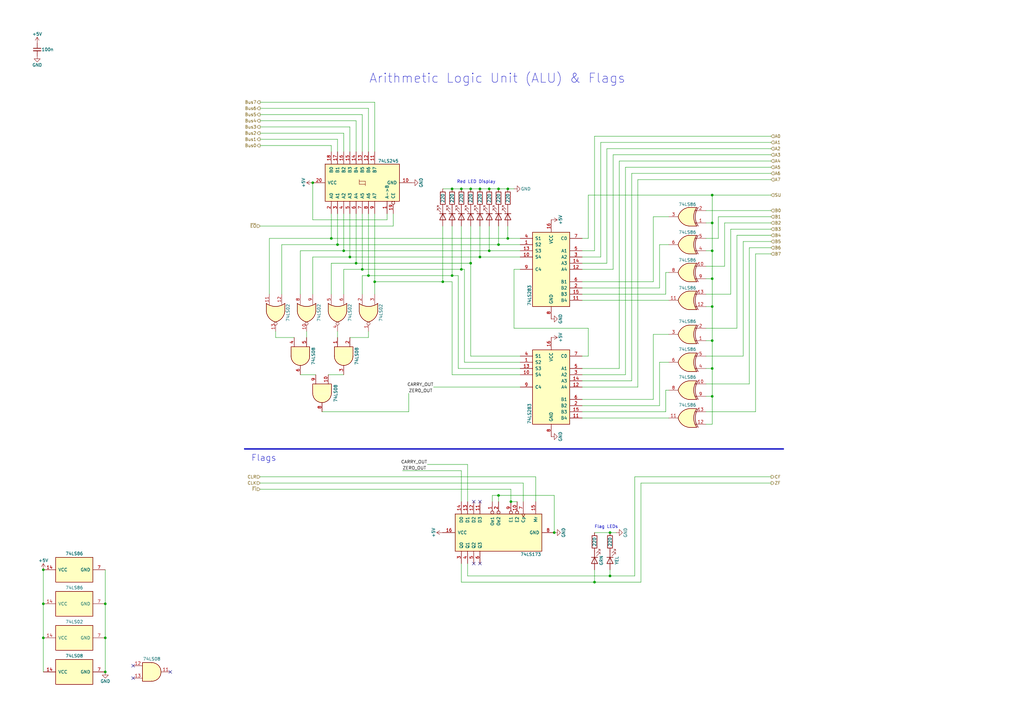
<source format=kicad_sch>
(kicad_sch (version 20250114) (generator "eeschema") (generator_version "9.0")
  (paper "A3")
  (lib_symbols
    (symbol "74xx:74LS02" (pin_names (offset 1.016))
      (property "Reference" "U" (at 0 1.27 0))
      (property "Value" "74LS02" (at 0 -1.27 0))
      (symbol "74LS02_1_1"
        (pin input line (at -7.62 2.54 0) (length 4.318) (name "~") (number "2"))
        (pin input line (at -7.62 -2.54 0) (length 4.318) (name "~") (number "3"))
        (pin output inverted (at 7.62 0 180) (length 3.81) (name "~") (number "1"))
      )
      (symbol "74LS02_1_2"
        (pin input inverted (at -7.62 2.54 0) (length 3.81) (name "~") (number "2"))
        (pin input inverted (at -7.62 -2.54 0) (length 3.81) (name "~") (number "3"))
        (pin output line (at 7.62 0 180) (length 3.81) (name "~") (number "1"))
      )
      (symbol "74LS02_2_1"
        (pin input line (at -7.62 2.54 0) (length 4.318) (name "~") (number "5"))
        (pin input line (at -7.62 -2.54 0) (length 4.318) (name "~") (number "6"))
        (pin output inverted (at 7.62 0 180) (length 3.81) (name "~") (number "4"))
      )
      (symbol "74LS02_2_2"
        (pin input inverted (at -7.62 2.54 0) (length 3.81) (name "~") (number "5"))
        (pin input inverted (at -7.62 -2.54 0) (length 3.81) (name "~") (number "6"))
        (pin output line (at 7.62 0 180) (length 3.81) (name "~") (number "4"))
      )
      (symbol "74LS02_3_1"
        (pin input line (at -7.62 2.54 0) (length 4.318) (name "~") (number "8"))
        (pin input line (at -7.62 -2.54 0) (length 4.318) (name "~") (number "9"))
        (pin output inverted (at 7.62 0 180) (length 3.81) (name "~") (number "10"))
      )
      (symbol "74LS02_3_2"
        (pin input inverted (at -7.62 2.54 0) (length 3.81) (name "~") (number "8"))
        (pin input inverted (at -7.62 -2.54 0) (length 3.81) (name "~") (number "9"))
        (pin output line (at 7.62 0 180) (length 3.81) (name "~") (number "10"))
      )
      (symbol "74LS02_4_1"
        (pin input line (at -7.62 2.54 0) (length 4.318) (name "~") (number "11"))
        (pin input line (at -7.62 -2.54 0) (length 4.318) (name "~") (number "12"))
        (pin output inverted (at 7.62 0 180) (length 3.81) (name "~") (number "13"))
      )
      (symbol "74LS02_4_2"
        (pin input inverted (at -7.62 2.54 0) (length 3.81) (name "~") (number "11"))
        (pin input inverted (at -7.62 -2.54 0) (length 3.81) (name "~") (number "12"))
        (pin output line (at 7.62 0 180) (length 3.81) (name "~") (number "13"))
      )
      (symbol "74LS02_5_0"
        (pin power_in line (at 0 12.7 270) (length 5.08) (name "VCC") (number "14"))
        (pin power_in line (at 0 -12.7 90) (length 5.08) (name "GND") (number "7"))
      )
    )
    (symbol "74xx:74LS08" (pin_names (offset 1.016))
      (property "Reference" "U" (at 0 1.27 0))
      (property "Value" "74LS08" (at 0 -1.27 0))
      (symbol "74LS08_1_1"
        (pin input line (at -7.62 2.54 0) (length 3.81) (name "~") (number "1"))
        (pin input line (at -7.62 -2.54 0) (length 3.81) (name "~") (number "2"))
        (pin output line (at 7.62 0 180) (length 3.81) (name "~") (number "3"))
      )
      (symbol "74LS08_1_2"
        (pin input inverted (at -7.62 2.54 0) (length 4.318) (name "~") (number "1"))
        (pin input inverted (at -7.62 -2.54 0) (length 4.318) (name "~") (number "2"))
        (pin output inverted (at 7.62 0 180) (length 3.81) (name "~") (number "3"))
      )
      (symbol "74LS08_2_1"
        (pin input line (at -7.62 2.54 0) (length 3.81) (name "~") (number "4"))
        (pin input line (at -7.62 -2.54 0) (length 3.81) (name "~") (number "5"))
        (pin output line (at 7.62 0 180) (length 3.81) (name "~") (number "6"))
      )
      (symbol "74LS08_2_2"
        (pin input inverted (at -7.62 2.54 0) (length 4.318) (name "~") (number "4"))
        (pin input inverted (at -7.62 -2.54 0) (length 4.318) (name "~") (number "5"))
        (pin output inverted (at 7.62 0 180) (length 3.81) (name "~") (number "6"))
      )
      (symbol "74LS08_3_1"
        (pin input line (at -7.62 2.54 0) (length 3.81) (name "~") (number "9"))
        (pin input line (at -7.62 -2.54 0) (length 3.81) (name "~") (number "10"))
        (pin output line (at 7.62 0 180) (length 3.81) (name "~") (number "8"))
      )
      (symbol "74LS08_3_2"
        (pin input inverted (at -7.62 2.54 0) (length 4.318) (name "~") (number "9"))
        (pin input inverted (at -7.62 -2.54 0) (length 4.318) (name "~") (number "10"))
        (pin output inverted (at 7.62 0 180) (length 3.81) (name "~") (number "8"))
      )
      (symbol "74LS08_4_1"
        (pin input line (at -7.62 2.54 0) (length 3.81) (name "~") (number "12"))
        (pin input line (at -7.62 -2.54 0) (length 3.81) (name "~") (number "13"))
        (pin output line (at 7.62 0 180) (length 3.81) (name "~") (number "11"))
      )
      (symbol "74LS08_4_2"
        (pin input inverted (at -7.62 2.54 0) (length 4.318) (name "~") (number "12"))
        (pin input inverted (at -7.62 -2.54 0) (length 4.318) (name "~") (number "13"))
        (pin output inverted (at 7.62 0 180) (length 3.81) (name "~") (number "11"))
      )
      (symbol "74LS08_5_0"
        (pin power_in line (at 0 12.7 270) (length 5.08) (name "VCC") (number "14"))
        (pin power_in line (at 0 -12.7 90) (length 5.08) (name "GND") (number "7"))
      )
    )
    (symbol "74xx:74LS173" (pin_names (offset 1.016))
      (property "Reference" "U" (at -7.62 19.05 0))
      (property "Value" "74LS173" (at -7.62 -19.05 0))
      (symbol "74LS173_1_0"
        (pin input line (at -12.7 15.24 0) (length 5.08) (name "D0") (number "14"))
        (pin input line (at -12.7 12.7 0) (length 5.08) (name "D1") (number "13"))
        (pin input line (at -12.7 10.16 0) (length 5.08) (name "D2") (number "12"))
        (pin input line (at -12.7 7.62 0) (length 5.08) (name "D3") (number "11"))
        (pin input inverted (at -12.7 2.54 0) (length 5.08) (name "Oe1") (number "1"))
        (pin input inverted (at -12.7 0 0) (length 5.08) (name "Oe2") (number "2"))
        (pin input inverted (at -12.7 -5.08 0) (length 5.08) (name "E1") (number "9"))
        (pin input inverted (at -12.7 -7.62 0) (length 5.08) (name "E2") (number "10"))
        (pin input clock (at -12.7 -10.16 0) (length 5.08) (name "Cp") (number "7"))
        (pin input line (at -12.7 -15.24 0) (length 5.08) (name "Mr") (number "15"))
        (pin power_in line (at 0 22.86 270) (length 5.08) (name "VCC") (number "16"))
        (pin power_in line (at 0 -22.86 90) (length 5.08) (name "GND") (number "8"))
        (pin tri_state line (at 12.7 15.24 180) (length 5.08) (name "Q0") (number "3"))
        (pin tri_state line (at 12.7 12.7 180) (length 5.08) (name "Q1") (number "4"))
        (pin tri_state line (at 12.7 10.16 180) (length 5.08) (name "Q2") (number "5"))
        (pin tri_state line (at 12.7 7.62 180) (length 5.08) (name "Q3") (number "6"))
      )
    )
    (symbol "74xx:74LS245" (pin_names (offset 1.016))
      (property "Reference" "U" (at -7.62 16.51 0))
      (property "Value" "74LS245" (at -7.62 -16.51 0))
      (symbol "74LS245_1_0"
        (pin tri_state line (at -12.7 12.7 0) (length 5.08) (name "A0") (number "2"))
        (pin tri_state line (at -12.7 10.16 0) (length 5.08) (name "A1") (number "3"))
        (pin tri_state line (at -12.7 7.62 0) (length 5.08) (name "A2") (number "4"))
        (pin tri_state line (at -12.7 5.08 0) (length 5.08) (name "A3") (number "5"))
        (pin tri_state line (at -12.7 2.54 0) (length 5.08) (name "A4") (number "6"))
        (pin tri_state line (at -12.7 0 0) (length 5.08) (name "A5") (number "7"))
        (pin tri_state line (at -12.7 -2.54 0) (length 5.08) (name "A6") (number "8"))
        (pin tri_state line (at -12.7 -5.08 0) (length 5.08) (name "A7") (number "9"))
        (pin input line (at -12.7 -10.16 0) (length 5.08) (name "A->B") (number "1"))
        (pin input inverted (at -12.7 -12.7 0) (length 5.08) (name "CE") (number "19"))
        (pin power_in line (at 0 20.32 270) (length 5.08) (name "VCC") (number "20"))
        (pin power_in line (at 0 -20.32 90) (length 5.08) (name "GND") (number "10"))
        (pin tri_state line (at 12.7 12.7 180) (length 5.08) (name "B0") (number "18"))
        (pin tri_state line (at 12.7 10.16 180) (length 5.08) (name "B1") (number "17"))
        (pin tri_state line (at 12.7 7.62 180) (length 5.08) (name "B2") (number "16"))
        (pin tri_state line (at 12.7 5.08 180) (length 5.08) (name "B3") (number "15"))
        (pin tri_state line (at 12.7 2.54 180) (length 5.08) (name "B4") (number "14"))
        (pin tri_state line (at 12.7 0 180) (length 5.08) (name "B5") (number "13"))
        (pin tri_state line (at 12.7 -2.54 180) (length 5.08) (name "B6") (number "12"))
        (pin tri_state line (at 12.7 -5.08 180) (length 5.08) (name "B7") (number "11"))
      )
    )
    (symbol "74xx:74LS283" (pin_names (offset 1.016))
      (property "Reference" "U" (at -7.62 16.51 0))
      (property "Value" "74LS283" (at -7.62 -16.51 0))
      (symbol "74LS283_1_0"
        (pin input line (at -12.7 12.7 0) (length 5.08) (name "C0") (number "7"))
        (pin input line (at -12.7 7.62 0) (length 5.08) (name "A1") (number "5"))
        (pin input line (at -12.7 5.08 0) (length 5.08) (name "A2") (number "3"))
        (pin input line (at -12.7 2.54 0) (length 5.08) (name "A3") (number "14"))
        (pin input line (at -12.7 0 0) (length 5.08) (name "A4") (number "12"))
        (pin input line (at -12.7 -5.08 0) (length 5.08) (name "B1") (number "6"))
        (pin input line (at -12.7 -7.62 0) (length 5.08) (name "B2") (number "2"))
        (pin input line (at -12.7 -10.16 0) (length 5.08) (name "B3") (number "15"))
        (pin input line (at -12.7 -12.7 0) (length 5.08) (name "B4") (number "11"))
        (pin power_in line (at 0 20.32 270) (length 5.08) (name "VCC") (number "16"))
        (pin power_in line (at 0 -20.32 90) (length 5.08) (name "GND") (number "8"))
        (pin output line (at 12.7 12.7 180) (length 5.08) (name "S1") (number "4"))
        (pin output line (at 12.7 10.16 180) (length 5.08) (name "S2") (number "1"))
        (pin output line (at 12.7 7.62 180) (length 5.08) (name "S3") (number "13"))
        (pin output line (at 12.7 5.08 180) (length 5.08) (name "S4") (number "10"))
        (pin output line (at 12.7 0 180) (length 5.08) (name "C4") (number "9"))
      )
    )
    (symbol "74xx:74LS86" (pin_names (offset 1.016))
      (property "Reference" "U" (at 0 1.27 0))
      (property "Value" "74LS86" (at 0 -1.27 0))
      (symbol "74LS86_1_0"
        (pin input line (at -7.62 2.54 0) (length 4.445) (name "~") (number "1"))
        (pin input line (at -7.62 -2.54 0) (length 4.445) (name "~") (number "2"))
        (pin output line (at 7.62 0 180) (length 3.81) (name "~") (number "3"))
      )
      (symbol "74LS86_2_0"
        (pin input line (at -7.62 2.54 0) (length 4.445) (name "~") (number "4"))
        (pin input line (at -7.62 -2.54 0) (length 4.445) (name "~") (number "5"))
        (pin output line (at 7.62 0 180) (length 3.81) (name "~") (number "6"))
      )
      (symbol "74LS86_3_0"
        (pin input line (at -7.62 2.54 0) (length 4.445) (name "~") (number "9"))
        (pin input line (at -7.62 -2.54 0) (length 4.445) (name "~") (number "10"))
        (pin output line (at 7.62 0 180) (length 3.81) (name "~") (number "8"))
      )
      (symbol "74LS86_4_0"
        (pin input line (at -7.62 2.54 0) (length 4.445) (name "~") (number "12"))
        (pin input line (at -7.62 -2.54 0) (length 4.445) (name "~") (number "13"))
        (pin output line (at 7.62 0 180) (length 3.81) (name "~") (number "11"))
      )
      (symbol "74LS86_5_0"
        (pin power_in line (at 0 12.7 270) (length 5.08) (name "VCC") (number "14"))
        (pin power_in line (at 0 -12.7 90) (length 5.08) (name "GND") (number "7"))
      )
    )
    (symbol "Device:C_Small" (pin_numbers (hide yes)) (pin_names (offset 0.254) (hide yes))
      (property "Reference" "C" (at 0.254 1.778 0))
      (property "Value" "C_Small" (at 0.254 -2.032 0))
      (symbol "C_Small_1_1"
        (pin passive line (at 0 2.54 270) (length 2.032) (name "~") (number "1"))
        (pin passive line (at 0 -2.54 90) (length 2.032) (name "~") (number "2"))
      )
    )
    (symbol "Device:LED" (pin_numbers (hide yes)) (pin_names (offset 1.016) (hide yes))
      (property "Reference" "D" (at 0 2.54 0))
      (property "Value" "LED" (at 0 -2.54 0))
      (symbol "LED_1_1"
        (pin passive line (at -3.81 0 0) (length 2.54) (name "K") (number "1"))
        (pin passive line (at 3.81 0 180) (length 2.54) (name "A") (number "2"))
      )
    )
    (symbol "Device:R" (pin_numbers (hide yes)) (pin_names (offset 0))
      (property "Reference" "R" (at 2.032 0 90))
      (property "Value" "R" (at 0 0 90))
      (symbol "R_1_1"
        (pin passive line (at 0 3.81 270) (length 1.27) (name "~") (number "1"))
        (pin passive line (at 0 -3.81 90) (length 1.27) (name "~") (number "2"))
      )
    )
    (symbol "power:+5V" (power) (pin_numbers (hide yes)) (pin_names (offset 0) (hide yes))
      (property "Value" "+5V" (at 0 3.556 0))
      (symbol "+5V_1_1"
        (pin power_in line (at 0 0 90) (length 0) (name "~") (number "1"))
      )
    )
    (symbol "power:GND" (power) (pin_numbers (hide yes)) (pin_names (offset 0) (hide yes))
      (property "Value" "GND" (at 0 -3.81 0))
      (symbol "GND_1_1"
        (pin power_in line (at 0 0 270) (length 0) (name "~") (number "1"))
      )
    )
  )
  (rectangle (start 100.33 184.1246) (end 321.31 184.15) (stroke (width 0.508)))
  (text "Red LED Display" (at 195.326 74.676 0) (effects (font (size 1.27 1.27))))
  (text "Flags" (at 108.204 187.96 0) (effects (font (size 2.54 2.54))))
  (text "Arithmetic Logic Unit (ALU) & Flags" (at 203.962 32.258 0) (effects (font (size 3.81 3.81))))
  (text "Flag LEDs" (at 248.666 216.154 0) (effects (font (size 1.27 1.27))))
  (junction (at 292.1 125.73))
  (junction (at 193.04 77.47))
  (junction (at 208.28 97.79))
  (junction (at 193.04 107.95))
  (junction (at 17.78 233.68))
  (junction (at 292.1 139.7))
  (junction (at 204.47 203.2))
  (junction (at 17.78 261.62))
  (junction (at 250.19 236.22))
  (junction (at 185.42 77.47))
  (junction (at 200.66 102.87))
  (junction (at 185.42 113.03))
  (junction (at 189.23 110.49))
  (junction (at 43.18 261.62))
  (junction (at 148.59 110.49))
  (junction (at 200.66 77.47))
  (junction (at 189.23 77.47))
  (junction (at 196.85 77.47))
  (junction (at 292.1 114.3))
  (junction (at 151.13 113.03))
  (junction (at 227.33 218.44))
  (junction (at 181.61 115.57))
  (junction (at 153.67 115.57))
  (junction (at 138.43 100.33))
  (junction (at 128.27 74.93))
  (junction (at 140.97 102.87))
  (junction (at 208.28 77.47))
  (junction (at 17.78 247.65))
  (junction (at 135.89 97.79))
  (junction (at 250.19 218.44))
  (junction (at 204.47 100.33))
  (junction (at 43.18 275.59))
  (junction (at 196.85 105.41))
  (junction (at 292.1 151.13))
  (junction (at 209.55 205.74))
  (junction (at 146.05 107.95))
  (junction (at 292.1 102.87))
  (junction (at 243.84 238.76))
  (junction (at 292.1 162.56))
  (junction (at 143.51 105.41))
  (junction (at 204.47 77.47))
  (junction (at 292.1 91.44))
  (junction (at 292.1 80.01))
  (junction (at 43.18 247.65))
  (no_connect (at 54.61 278.13))
  (no_connect (at 196.85 231.14))
  (no_connect (at 196.85 205.74))
  (no_connect (at 194.31 205.74))
  (no_connect (at 69.85 275.59))
  (no_connect (at 54.61 273.05))
  (no_connect (at 194.31 231.14))
  (wire (pts (xy 316.23 73.66) (xy 261.62 73.66)))
  (wire (pts (xy 181.61 77.47) (xy 185.42 77.47)))
  (wire (pts (xy 292.1 139.7) (xy 292.1 151.13)))
  (wire (pts (xy 200.66 92.71) (xy 200.66 102.87)))
  (wire (pts (xy 227.33 203.2) (xy 227.33 218.44)))
  (wire (pts (xy 17.78 261.62) (xy 17.78 275.59)))
  (wire (pts (xy 158.75 87.63) (xy 158.75 90.17)))
  (wire (pts (xy 248.92 60.96) (xy 248.92 107.95)))
  (wire (pts (xy 185.42 153.67) (xy 185.42 115.57)))
  (wire (pts (xy 209.55 205.74) (xy 212.09 205.74)))
  (wire (pts (xy 200.66 77.47) (xy 204.47 77.47)))
  (wire (pts (xy 189.23 238.76) (xy 189.23 231.14)))
  (wire (pts (xy 273.05 120.65) (xy 238.76 120.65)))
  (wire (pts (xy 191.77 190.5) (xy 191.77 205.74)))
  (wire (pts (xy 250.19 236.22) (xy 191.77 236.22)))
  (wire (pts (xy 123.19 153.67) (xy 129.54 153.67)))
  (wire (pts (xy 238.76 123.19) (xy 274.32 123.19)))
  (wire (pts (xy 146.05 62.23) (xy 146.05 49.53)))
  (wire (pts (xy 238.76 171.45) (xy 274.32 171.45)))
  (wire (pts (xy 289.56 102.87) (xy 292.1 102.87)))
  (wire (pts (xy 151.13 135.89) (xy 151.13 138.43)))
  (wire (pts (xy 316.23 63.5) (xy 251.46 63.5)))
  (wire (pts (xy 146.05 107.95) (xy 146.05 87.63)))
  (wire (pts (xy 200.66 102.87) (xy 140.97 102.87)))
  (wire (pts (xy 289.56 139.7) (xy 292.1 139.7)))
  (wire (pts (xy 140.97 102.87) (xy 140.97 87.63)))
  (wire (pts (xy 175.26 190.5) (xy 191.77 190.5)))
  (wire (pts (xy 148.59 120.65) (xy 148.59 113.03)))
  (wire (pts (xy 43.18 233.68) (xy 43.18 247.65)))
  (wire (pts (xy 153.67 41.91) (xy 106.68 41.91)))
  (wire (pts (xy 274.32 160.02) (xy 273.05 160.02)))
  (wire (pts (xy 148.59 110.49) (xy 148.59 87.63)))
  (wire (pts (xy 213.36 97.79) (xy 208.28 97.79)))
  (wire (pts (xy 316.23 99.06) (xy 304.8 99.06)))
  (wire (pts (xy 213.36 148.59) (xy 190.5 148.59)))
  (wire (pts (xy 262.89 198.12) (xy 262.89 238.76)))
  (wire (pts (xy 267.97 115.57) (xy 238.76 115.57)))
  (wire (pts (xy 185.42 115.57) (xy 181.61 115.57)))
  (wire (pts (xy 185.42 92.71) (xy 185.42 113.03)))
  (wire (pts (xy 243.84 102.87) (xy 238.76 102.87)))
  (wire (pts (xy 161.29 92.71) (xy 161.29 87.63)))
  (wire (pts (xy 267.97 137.16) (xy 267.97 163.83)))
  (wire (pts (xy 251.46 110.49) (xy 238.76 110.49)))
  (wire (pts (xy 316.23 55.88) (xy 243.84 55.88)))
  (wire (pts (xy 316.23 104.14) (xy 309.88 104.14)))
  (wire (pts (xy 151.13 62.23) (xy 151.13 44.45)))
  (wire (pts (xy 208.28 92.71) (xy 208.28 97.79)))
  (wire (pts (xy 267.97 88.9) (xy 267.97 115.57)))
  (wire (pts (xy 106.68 200.66) (xy 209.55 200.66)))
  (wire (pts (xy 213.36 146.05) (xy 193.04 146.05)))
  (wire (pts (xy 273.05 160.02) (xy 273.05 168.91)))
  (wire (pts (xy 151.13 113.03) (xy 185.42 113.03)))
  (wire (pts (xy 292.1 151.13) (xy 292.1 162.56)))
  (wire (pts (xy 181.61 115.57) (xy 153.67 115.57)))
  (wire (pts (xy 316.23 71.12) (xy 259.08 71.12)))
  (wire (pts (xy 304.8 99.06) (xy 304.8 146.05)))
  (wire (pts (xy 185.42 77.47) (xy 189.23 77.47)))
  (wire (pts (xy 214.63 198.12) (xy 214.63 205.74)))
  (wire (pts (xy 204.47 203.2) (xy 227.33 203.2)))
  (wire (pts (xy 135.89 59.69) (xy 135.89 62.23)))
  (wire (pts (xy 115.57 100.33) (xy 138.43 100.33)))
  (wire (pts (xy 135.89 59.69) (xy 106.68 59.69)))
  (wire (pts (xy 17.78 233.68) (xy 17.78 247.65)))
  (wire (pts (xy 299.72 120.65) (xy 289.56 120.65)))
  (wire (pts (xy 106.68 198.12) (xy 214.63 198.12)))
  (wire (pts (xy 316.23 66.04) (xy 254 66.04)))
  (wire (pts (xy 270.51 166.37) (xy 238.76 166.37)))
  (wire (pts (xy 243.84 238.76) (xy 189.23 238.76)))
  (wire (pts (xy 274.32 148.59) (xy 270.51 148.59)))
  (wire (pts (xy 140.97 62.23) (xy 140.97 54.61)))
  (wire (pts (xy 246.38 105.41) (xy 238.76 105.41)))
  (wire (pts (xy 210.82 134.62) (xy 210.82 110.49)))
  (wire (pts (xy 115.57 120.65) (xy 115.57 100.33)))
  (wire (pts (xy 250.19 233.68) (xy 250.19 236.22)))
  (wire (pts (xy 289.56 86.36) (xy 316.23 86.36)))
  (wire (pts (xy 125.73 138.43) (xy 125.73 135.89)))
  (wire (pts (xy 201.93 203.2) (xy 204.47 203.2)))
  (wire (pts (xy 204.47 100.33) (xy 138.43 100.33)))
  (wire (pts (xy 208.28 77.47) (xy 210.82 77.47)))
  (wire (pts (xy 297.18 91.44) (xy 297.18 109.22)))
  (wire (pts (xy 132.08 168.91) (xy 167.64 168.91)))
  (wire (pts (xy 309.88 104.14) (xy 309.88 168.91)))
  (wire (pts (xy 316.23 58.42) (xy 246.38 58.42)))
  (wire (pts (xy 241.3 134.62) (xy 210.82 134.62)))
  (wire (pts (xy 123.19 102.87) (xy 140.97 102.87)))
  (wire (pts (xy 201.93 205.74) (xy 201.93 203.2)))
  (wire (pts (xy 204.47 77.47) (xy 208.28 77.47)))
  (wire (pts (xy 292.1 80.01) (xy 292.1 91.44)))
  (wire (pts (xy 123.19 120.65) (xy 123.19 102.87)))
  (wire (pts (xy 219.71 195.58) (xy 219.71 205.74)))
  (wire (pts (xy 259.08 156.21) (xy 238.76 156.21)))
  (wire (pts (xy 190.5 148.59) (xy 190.5 110.49)))
  (wire (pts (xy 307.34 157.48) (xy 289.56 157.48)))
  (wire (pts (xy 135.89 107.95) (xy 146.05 107.95)))
  (wire (pts (xy 270.51 148.59) (xy 270.51 166.37)))
  (wire (pts (xy 189.23 77.47) (xy 193.04 77.47)))
  (wire (pts (xy 146.05 49.53) (xy 106.68 49.53)))
  (wire (pts (xy 193.04 146.05) (xy 193.04 107.95)))
  (wire (pts (xy 177.8 158.75) (xy 213.36 158.75)))
  (wire (pts (xy 273.05 111.76) (xy 273.05 120.65)))
  (wire (pts (xy 191.77 231.14) (xy 191.77 236.22)))
  (wire (pts (xy 153.67 120.65) (xy 153.67 115.57)))
  (wire (pts (xy 148.59 113.03) (xy 151.13 113.03)))
  (wire (pts (xy 241.3 146.05) (xy 238.76 146.05)))
  (wire (pts (xy 193.04 77.47) (xy 196.85 77.47)))
  (wire (pts (xy 274.32 88.9) (xy 267.97 88.9)))
  (wire (pts (xy 246.38 58.42) (xy 246.38 105.41)))
  (wire (pts (xy 304.8 146.05) (xy 289.56 146.05)))
  (wire (pts (xy 316.23 91.44) (xy 297.18 91.44)))
  (wire (pts (xy 110.49 120.65) (xy 110.49 97.79)))
  (wire (pts (xy 213.36 153.67) (xy 185.42 153.67)))
  (wire (pts (xy 262.89 238.76) (xy 243.84 238.76)))
  (wire (pts (xy 241.3 80.01) (xy 292.1 80.01)))
  (wire (pts (xy 292.1 91.44) (xy 292.1 102.87)))
  (wire (pts (xy 289.56 91.44) (xy 292.1 91.44)))
  (wire (pts (xy 143.51 62.23) (xy 143.51 52.07)))
  (wire (pts (xy 113.03 138.43) (xy 120.65 138.43)))
  (wire (pts (xy 316.23 68.58) (xy 256.54 68.58)))
  (wire (pts (xy 106.68 92.71) (xy 161.29 92.71)))
  (wire (pts (xy 138.43 62.23) (xy 138.43 57.15)))
  (wire (pts (xy 213.36 100.33) (xy 204.47 100.33)))
  (wire (pts (xy 196.85 92.71) (xy 196.85 105.41)))
  (wire (pts (xy 292.1 162.56) (xy 292.1 173.99)))
  (wire (pts (xy 190.5 110.49) (xy 189.23 110.49)))
  (wire (pts (xy 316.23 195.58) (xy 260.35 195.58)))
  (wire (pts (xy 128.27 120.65) (xy 128.27 105.41)))
  (wire (pts (xy 248.92 107.95) (xy 238.76 107.95)))
  (wire (pts (xy 158.75 90.17) (xy 128.27 90.17)))
  (wire (pts (xy 260.35 236.22) (xy 250.19 236.22)))
  (wire (pts (xy 140.97 153.67) (xy 134.62 153.67)))
  (wire (pts (xy 251.46 63.5) (xy 251.46 110.49)))
  (wire (pts (xy 110.49 97.79) (xy 135.89 97.79)))
  (wire (pts (xy 181.61 92.71) (xy 181.61 115.57)))
  (wire (pts (xy 259.08 71.12) (xy 259.08 156.21)))
  (wire (pts (xy 208.28 97.79) (xy 135.89 97.79)))
  (wire (pts (xy 261.62 73.66) (xy 261.62 158.75)))
  (wire (pts (xy 196.85 77.47) (xy 200.66 77.47)))
  (wire (pts (xy 316.23 93.98) (xy 299.72 93.98)))
  (wire (pts (xy 274.32 100.33) (xy 270.51 100.33)))
  (wire (pts (xy 193.04 92.71) (xy 193.04 107.95)))
  (wire (pts (xy 153.67 115.57) (xy 153.67 87.63)))
  (wire (pts (xy 143.51 105.41) (xy 143.51 87.63)))
  (wire (pts (xy 189.23 193.04) (xy 189.23 205.74)))
  (wire (pts (xy 189.23 92.71) (xy 189.23 110.49)))
  (wire (pts (xy 17.78 247.65) (xy 17.78 261.62)))
  (wire (pts (xy 292.1 114.3) (xy 292.1 125.73)))
  (wire (pts (xy 309.88 168.91) (xy 289.56 168.91)))
  (wire (pts (xy 294.64 97.79) (xy 289.56 97.79)))
  (wire (pts (xy 189.23 110.49) (xy 148.59 110.49)))
  (wire (pts (xy 299.72 93.98) (xy 299.72 120.65)))
  (wire (pts (xy 292.1 125.73) (xy 292.1 139.7)))
  (wire (pts (xy 143.51 52.07) (xy 106.68 52.07)))
  (wire (pts (xy 274.32 137.16) (xy 267.97 137.16)))
  (wire (pts (xy 151.13 44.45) (xy 106.68 44.45)))
  (wire (pts (xy 254 151.13) (xy 238.76 151.13)))
  (wire (pts (xy 148.59 62.23) (xy 148.59 46.99)))
  (wire (pts (xy 316.23 96.52) (xy 302.26 96.52)))
  (wire (pts (xy 302.26 96.52) (xy 302.26 134.62)))
  (wire (pts (xy 238.76 168.91) (xy 273.05 168.91)))
  (wire (pts (xy 196.85 105.41) (xy 143.51 105.41)))
  (wire (pts (xy 213.36 102.87) (xy 200.66 102.87)))
  (wire (pts (xy 292.1 102.87) (xy 292.1 114.3)))
  (wire (pts (xy 316.23 80.01) (xy 292.1 80.01)))
  (wire (pts (xy 294.64 88.9) (xy 294.64 97.79)))
  (wire (pts (xy 316.23 60.96) (xy 248.92 60.96)))
  (wire (pts (xy 289.56 125.73) (xy 292.1 125.73)))
  (wire (pts (xy 250.19 218.44) (xy 243.84 218.44)))
  (wire (pts (xy 270.51 118.11) (xy 238.76 118.11)))
  (wire (pts (xy 213.36 151.13) (xy 187.96 151.13)))
  (wire (pts (xy 274.32 111.76) (xy 273.05 111.76)))
  (wire (pts (xy 138.43 57.15) (xy 106.68 57.15)))
  (wire (pts (xy 209.55 205.74) (xy 209.55 200.66)))
  (wire (pts (xy 140.97 110.49) (xy 148.59 110.49)))
  (wire (pts (xy 292.1 173.99) (xy 289.56 173.99)))
  (wire (pts (xy 165.1 193.04) (xy 189.23 193.04)))
  (wire (pts (xy 140.97 54.61) (xy 106.68 54.61)))
  (wire (pts (xy 260.35 195.58) (xy 260.35 236.22)))
  (wire (pts (xy 302.26 134.62) (xy 289.56 134.62)))
  (wire (pts (xy 243.84 233.68) (xy 243.84 238.76)))
  (wire (pts (xy 135.89 120.65) (xy 135.89 107.95)))
  (wire (pts (xy 243.84 55.88) (xy 243.84 102.87)))
  (wire (pts (xy 307.34 101.6) (xy 307.34 157.48)))
  (wire (pts (xy 167.64 168.91) (xy 167.64 161.29)))
  (wire (pts (xy 43.18 261.62) (xy 43.18 275.59)))
  (wire (pts (xy 250.19 218.44) (xy 252.73 218.44)))
  (wire (pts (xy 210.82 110.49) (xy 213.36 110.49)))
  (wire (pts (xy 316.23 101.6) (xy 307.34 101.6)))
  (wire (pts (xy 238.76 97.79) (xy 241.3 97.79)))
  (wire (pts (xy 113.03 135.89) (xy 113.03 138.43)))
  (wire (pts (xy 128.27 90.17) (xy 128.27 74.93)))
  (wire (pts (xy 267.97 163.83) (xy 238.76 163.83)))
  (wire (pts (xy 289.56 151.13) (xy 292.1 151.13)))
  (wire (pts (xy 151.13 113.03) (xy 151.13 87.63)))
  (wire (pts (xy 138.43 100.33) (xy 138.43 87.63)))
  (wire (pts (xy 270.51 100.33) (xy 270.51 118.11)))
  (wire (pts (xy 204.47 205.74) (xy 204.47 203.2)))
  (wire (pts (xy 148.59 46.99) (xy 106.68 46.99)))
  (wire (pts (xy 193.04 107.95) (xy 146.05 107.95)))
  (wire (pts (xy 297.18 109.22) (xy 289.56 109.22)))
  (wire (pts (xy 138.43 138.43) (xy 138.43 135.89)))
  (wire (pts (xy 135.89 97.79) (xy 135.89 87.63)))
  (wire (pts (xy 254 66.04) (xy 254 151.13)))
  (wire (pts (xy 256.54 153.67) (xy 238.76 153.67)))
  (wire (pts (xy 316.23 88.9) (xy 294.64 88.9)))
  (wire (pts (xy 106.68 195.58) (xy 219.71 195.58)))
  (wire (pts (xy 204.47 92.71) (xy 204.47 100.33)))
  (wire (pts (xy 241.3 97.79) (xy 241.3 80.01)))
  (wire (pts (xy 316.23 198.12) (xy 262.89 198.12)))
  (wire (pts (xy 289.56 114.3) (xy 292.1 114.3)))
  (wire (pts (xy 187.96 151.13) (xy 187.96 113.03)))
  (wire (pts (xy 153.67 62.23) (xy 153.67 41.91)))
  (wire (pts (xy 187.96 113.03) (xy 185.42 113.03)))
  (wire (pts (xy 140.97 120.65) (xy 140.97 110.49)))
  (wire (pts (xy 43.18 247.65) (xy 43.18 261.62)))
  (wire (pts (xy 151.13 138.43) (xy 143.51 138.43)))
  (wire (pts (xy 289.56 162.56) (xy 292.1 162.56)))
  (wire (pts (xy 128.27 105.41) (xy 143.51 105.41)))
  (wire (pts (xy 213.36 105.41) (xy 196.85 105.41)))
  (wire (pts (xy 261.62 158.75) (xy 238.76 158.75)))
  (wire (pts (xy 241.3 134.62) (xy 241.3 146.05)))
  (wire (pts (xy 256.54 68.58) (xy 256.54 153.67)))
  (label "CARRY_OUT" (at 175.26 190.5 180))
  (label "ZERO_OUT" (at 165.1 193.04 0))
  (label "ZERO_OUT" (at 167.64 161.29 0))
  (label "CARRY_OUT" (at 177.8 158.75 180))
  (hierarchical_label "A7" (shape input) (at 316.23 73.66 0))
  (hierarchical_label "B3" (shape input) (at 316.23 93.98 0))
  (hierarchical_label "A1" (shape input) (at 316.23 58.42 0))
  (hierarchical_label "ZF" (shape output) (at 316.23 198.12 0))
  (hierarchical_label "B2" (shape input) (at 316.23 91.44 0))
  (hierarchical_label "~{FI}" (shape input) (at 106.68 200.66 180))
  (hierarchical_label "CLR" (shape input) (at 106.68 195.58 180))
  (hierarchical_label "A3" (shape input) (at 316.23 63.5 0))
  (hierarchical_label "Bus7" (shape output) (at 106.68 41.91 180))
  (hierarchical_label "~{EO}" (shape input) (at 106.68 92.71 180))
  (hierarchical_label "A2" (shape input) (at 316.23 60.96 0))
  (hierarchical_label "B7" (shape input) (at 316.23 104.14 0))
  (hierarchical_label "CLK" (shape input) (at 106.68 198.12 180))
  (hierarchical_label "Bus3" (shape output) (at 106.68 52.07 180))
  (hierarchical_label "Bus1" (shape output) (at 106.68 57.15 180))
  (hierarchical_label "CF" (shape output) (at 316.23 195.58 0))
  (hierarchical_label "Bus5" (shape output) (at 106.68 46.99 180))
  (hierarchical_label "B6" (shape input) (at 316.23 101.6 0))
  (hierarchical_label "B4" (shape input) (at 316.23 96.52 0))
  (hierarchical_label "B0" (shape input) (at 316.23 86.36 0))
  (hierarchical_label "Bus4" (shape output) (at 106.68 49.53 180))
  (hierarchical_label "Bus0" (shape output) (at 106.68 59.69 180))
  (hierarchical_label "B5" (shape input) (at 316.23 99.06 0))
  (hierarchical_label "A0" (shape input) (at 316.23 55.88 0))
  (hierarchical_label "A5" (shape input) (at 316.23 68.58 0))
  (hierarchical_label "Bus2" (shape output) (at 106.68 54.61 180))
  (hierarchical_label "SU" (shape input) (at 316.23 80.01 0))
  (hierarchical_label "B1" (shape input) (at 316.23 88.9 0))
  (hierarchical_label "Bus6" (shape output) (at 106.68 44.45 180))
  (hierarchical_label "A6" (shape input) (at 316.23 71.12 0))
  (hierarchical_label "A4" (shape input) (at 316.23 66.04 0))
  (symbol (lib_id "Device:R") (at 243.84 222.25 0) (mirror y) (unit 1)
    (property "Reference" "R95" (effects (hide yes)))
    (property "Value" "220" (at 243.84 222.25 90))
    (property "Footprint" "Resistor_THT:R_Axial_DIN0207_L6.3mm_D2.5mm_P7.62mm_Horizontal" (effects (hide yes)))
    (property "Description" "Resistor" (effects (hide yes)))
  )
  (symbol (lib_id "74xx:74LS283") (at 226.06 110.49 0) (mirror y) (unit 1)
    (property "Reference" "U33" (effects (hide yes)))
    (property "Value" "74LS283" (at 217.17 121.158 90))
    (property "Footprint" "Package_DIP:DIP-16_W7.62mm_Socket_LongPads" (effects (hide yes)))
    (property "Datasheet" "http://www.ti.com/lit/gpn/sn74LS283" (effects (hide yes)))
    (property "Description" "4-bit full Adder" (effects (hide yes)))
  )
  (symbol (lib_id "Device:R") (at 196.85 81.28 0) (unit 1)
    (property "Reference" "R74" (effects (hide yes)))
    (property "Value" "220" (at 196.85 81.28 90))
    (property "Footprint" "Resistor_THT:R_Axial_DIN0207_L6.3mm_D2.5mm_P7.62mm_Horizontal" (effects (hide yes)))
    (property "Description" "Resistor" (effects (hide yes)))
  )
  (symbol (lib_id "Device:R") (at 200.66 81.28 0) (unit 1)
    (property "Reference" "R73" (effects (hide yes)))
    (property "Value" "220" (at 200.66 81.28 90))
    (property "Footprint" "Resistor_THT:R_Axial_DIN0207_L6.3mm_D2.5mm_P7.62mm_Horizontal" (effects (hide yes)))
    (property "Description" "Resistor" (effects (hide yes)))
  )
  (symbol (lib_id "Device:LED") (at 200.66 88.9 270) (unit 1)
    (property "Reference" "D61" (effects (hide yes)))
    (property "Value" "RED" (effects (hide yes)))
    (property "Footprint" "LED_THT:LED_D5.0mm" (effects (hide yes)))
    (property "Description" "Light emitting diode" (effects (hide yes)))
    (property "Sim.Pins" "1=K 2=A" (effects (hide yes)))
  )
  (symbol (lib_id "Device:R") (at 189.23 81.28 0) (unit 1)
    (property "Reference" "R76" (effects (hide yes)))
    (property "Value" "220" (at 189.23 81.28 90))
    (property "Footprint" "Resistor_THT:R_Axial_DIN0207_L6.3mm_D2.5mm_P7.62mm_Horizontal" (effects (hide yes)))
    (property "Description" "Resistor" (effects (hide yes)))
  )
  (symbol (lib_id "Device:R") (at 193.04 81.28 0) (unit 1)
    (property "Reference" "R75" (effects (hide yes)))
    (property "Value" "220" (at 193.04 81.28 90))
    (property "Footprint" "Resistor_THT:R_Axial_DIN0207_L6.3mm_D2.5mm_P7.62mm_Horizontal" (effects (hide yes)))
    (property "Description" "Resistor" (effects (hide yes)))
  )
  (symbol (lib_id "power:+5V") (at 15.24 17.78 0) (unit 1)
    (property "Reference" "#PWR051" (effects (hide yes)))
    (property "Value" "+5V" (at 15.24 13.97 0))
    (property "Description" "Power symbol creates a global label with name \"+5V\"" (effects (hide yes)))
  )
  (symbol (lib_id "Device:LED") (at 196.85 88.9 270) (unit 1)
    (property "Reference" "D62" (effects (hide yes)))
    (property "Value" "RED" (effects (hide yes)))
    (property "Footprint" "LED_THT:LED_D5.0mm" (effects (hide yes)))
    (property "Description" "Light emitting diode" (effects (hide yes)))
    (property "Sim.Pins" "1=K 2=A" (effects (hide yes)))
  )
  (symbol (lib_id "74xx:74LS86") (at 281.94 171.45 180) (unit 4)
    (property "Reference" "U36" (effects (hide yes)))
    (property "Value" "74LS86" (at 281.94 166.116 0))
    (property "Footprint" "Package_DIP:DIP-14_W7.62mm_Socket_LongPads" (effects (hide yes)))
    (property "Datasheet" "74xx/74ls86.pdf" (effects (hide yes)))
    (property "Description" "Quad 2-input XOR" (effects (hide yes)))
  )
  (symbol (lib_id "74xx:74LS173") (at 204.47 218.44 90) (mirror x) (unit 1)
    (property "Reference" "U31" (effects (hide yes)))
    (property "Value" "74LS173" (at 217.678 227.33 90))
    (property "Footprint" "Package_DIP:DIP-16_W7.62mm_Socket_LongPads" (effects (hide yes)))
    (property "Datasheet" "http://www.ti.com/lit/gpn/sn74LS173" (effects (hide yes)))
    (property "Description" "4-bit D-type Register, 3 state out" (effects (hide yes)))
  )
  (symbol (lib_id "74xx:74LS08") (at 140.97 146.05 90) (mirror x) (unit 1)
    (property "Reference" "U38" (effects (hide yes)))
    (property "Value" "74LS08" (at 146.304 146.05 0))
    (property "Footprint" "Package_DIP:DIP-14_W7.62mm_Socket_LongPads" (effects (hide yes)))
    (property "Datasheet" "http://www.ti.com/lit/gpn/sn74LS08" (effects (hide yes)))
    (property "Description" "Quad And2" (effects (hide yes)))
  )
  (symbol (lib_id "74xx:74LS08") (at 132.08 161.29 90) (mirror x) (unit 3)
    (property "Reference" "U38" (effects (hide yes)))
    (property "Value" "74LS08" (at 137.668 161.29 0))
    (property "Footprint" "Package_DIP:DIP-14_W7.62mm_Socket_LongPads" (effects (hide yes)))
    (property "Datasheet" "http://www.ti.com/lit/gpn/sn74LS08" (effects (hide yes)))
    (property "Description" "Quad And2" (effects (hide yes)))
  )
  (symbol (lib_id "Device:LED") (at 193.04 88.9 270) (unit 1)
    (property "Reference" "D63" (effects (hide yes)))
    (property "Value" "RED" (effects (hide yes)))
    (property "Footprint" "LED_THT:LED_D5.0mm" (effects (hide yes)))
    (property "Description" "Light emitting diode" (effects (hide yes)))
    (property "Sim.Pins" "1=K 2=A" (effects (hide yes)))
  )
  (symbol (lib_id "power:+5V") (at 181.61 218.44 90) (mirror x) (unit 1)
    (property "Reference" "#PWR0107" (effects (hide yes)))
    (property "Value" "+5V" (at 177.8 218.44 0))
    (property "Description" "Power symbol creates a global label with name \"+5V\"" (effects (hide yes)))
  )
  (symbol (lib_id "Device:R") (at 185.42 81.28 0) (unit 1)
    (property "Reference" "R93" (effects (hide yes)))
    (property "Value" "220" (at 185.42 81.28 90))
    (property "Footprint" "Resistor_THT:R_Axial_DIN0207_L6.3mm_D2.5mm_P7.62mm_Horizontal" (effects (hide yes)))
    (property "Description" "Resistor" (effects (hide yes)))
  )
  (symbol (lib_id "74xx:74LS02") (at 151.13 128.27 90) (mirror x) (unit 1)
    (property "Reference" "U37" (effects (hide yes)))
    (property "Value" "74LS02" (at 156.21 128.27 0))
    (property "Footprint" "Package_DIP:DIP-14_W7.62mm_Socket_LongPads" (effects (hide yes)))
    (property "Datasheet" "http://www.ti.com/lit/gpn/sn74ls02" (effects (hide yes)))
    (property "Description" "quad 2-input NOR gate" (effects (hide yes)))
  )
  (symbol (lib_id "74xx:74LS86") (at 281.94 160.02 180) (unit 3)
    (property "Reference" "U36" (effects (hide yes)))
    (property "Value" "74LS86" (at 281.94 154.686 0))
    (property "Footprint" "Package_DIP:DIP-14_W7.62mm_Socket_LongPads" (effects (hide yes)))
    (property "Datasheet" "74xx/74ls86.pdf" (effects (hide yes)))
    (property "Description" "Quad 2-input XOR" (effects (hide yes)))
  )
  (symbol (lib_id "Device:R") (at 204.47 81.28 0) (unit 1)
    (property "Reference" "R72" (effects (hide yes)))
    (property "Value" "220" (at 204.47 81.28 90))
    (property "Footprint" "Resistor_THT:R_Axial_DIN0207_L6.3mm_D2.5mm_P7.62mm_Horizontal" (effects (hide yes)))
    (property "Description" "Resistor" (effects (hide yes)))
  )
  (symbol (lib_id "power:GND") (at 226.06 130.81 90) (unit 1)
    (property "Reference" "#PWR0103" (effects (hide yes)))
    (property "Value" "GND" (at 229.87 132.842 0) (effects (justify left)))
    (property "Description" "Power symbol creates a global label with name \"GND\" , ground" (effects (hide yes)))
  )
  (symbol (lib_id "Device:C_Small") (at 15.24 20.32 0) (unit 1)
    (property "Reference" "C10" (effects (hide yes)))
    (property "Value" "100n" (at 17.018 20.32 0) (effects (justify left)))
    (property "Footprint" "Capacitor_THT:C_Disc_D5.0mm_W2.5mm_P5.00mm" (effects (hide yes)))
    (property "Description" "Unpolarized capacitor, small symbol" (effects (hide yes)))
  )
  (symbol (lib_id "Device:R") (at 181.61 81.28 0) (unit 1)
    (property "Reference" "R94" (effects (hide yes)))
    (property "Value" "220" (at 181.61 81.28 90))
    (property "Footprint" "Resistor_THT:R_Axial_DIN0207_L6.3mm_D2.5mm_P7.62mm_Horizontal" (effects (hide yes)))
    (property "Description" "Resistor" (effects (hide yes)))
  )
  (symbol (lib_id "Device:LED") (at 185.42 88.9 270) (unit 1)
    (property "Reference" "D65" (effects (hide yes)))
    (property "Value" "RED" (effects (hide yes)))
    (property "Footprint" "LED_THT:LED_D5.0mm" (effects (hide yes)))
    (property "Description" "Light emitting diode" (effects (hide yes)))
    (property "Sim.Pins" "1=K 2=A" (effects (hide yes)))
  )
  (symbol (lib_id "74xx:74LS02") (at 30.48 261.62 90) (unit 5)
    (property "Reference" "U37" (effects (hide yes)))
    (property "Value" "74LS02" (at 30.48 255.016 90))
    (property "Footprint" "Package_DIP:DIP-14_W7.62mm_Socket_LongPads" (effects (hide yes)))
    (property "Datasheet" "http://www.ti.com/lit/gpn/sn74ls02" (effects (hide yes)))
    (property "Description" "quad 2-input NOR gate" (effects (hide yes)))
  )
  (symbol (lib_id "74xx:74LS86") (at 281.94 137.16 180) (unit 1)
    (property "Reference" "U36" (effects (hide yes)))
    (property "Value" "74LS86" (at 281.94 131.826 0))
    (property "Footprint" "Package_DIP:DIP-14_W7.62mm_Socket_LongPads" (effects (hide yes)))
    (property "Datasheet" "74xx/74ls86.pdf" (effects (hide yes)))
    (property "Description" "Quad 2-input XOR" (effects (hide yes)))
  )
  (symbol (lib_id "power:GND") (at 15.24 22.86 0) (unit 1)
    (property "Reference" "#PWR052" (effects (hide yes)))
    (property "Value" "GND" (at 13.208 26.67 0) (effects (justify left)))
    (property "Description" "Power symbol creates a global label with name \"GND\" , ground" (effects (hide yes)))
  )
  (symbol (lib_id "74xx:74LS86") (at 30.48 233.68 90) (unit 5)
    (property "Reference" "U35" (effects (hide yes)))
    (property "Value" "74LS86" (at 30.48 227.076 90))
    (property "Footprint" "Package_DIP:DIP-14_W7.62mm_Socket_LongPads" (effects (hide yes)))
    (property "Datasheet" "74xx/74ls86.pdf" (effects (hide yes)))
    (property "Description" "Quad 2-input XOR" (effects (hide yes)))
  )
  (symbol (lib_id "74xx:74LS283") (at 226.06 158.75 0) (mirror y) (unit 1)
    (property "Reference" "U34" (effects (hide yes)))
    (property "Value" "74LS283" (at 217.17 169.672 90))
    (property "Footprint" "Package_DIP:DIP-16_W7.62mm_Socket_LongPads" (effects (hide yes)))
    (property "Datasheet" "http://www.ti.com/lit/gpn/sn74LS283" (effects (hide yes)))
    (property "Description" "4-bit full Adder" (effects (hide yes)))
  )
  (symbol (lib_id "power:GND") (at 227.33 218.44 90) (mirror x) (unit 1)
    (property "Reference" "#PWR0101" (effects (hide yes)))
    (property "Value" "GND" (at 231.14 216.408 0) (effects (justify left)))
    (property "Description" "Power symbol creates a global label with name \"GND\" , ground" (effects (hide yes)))
  )
  (symbol (lib_id "Device:LED") (at 208.28 88.9 270) (unit 1)
    (property "Reference" "D59" (effects (hide yes)))
    (property "Value" "RED" (effects (hide yes)))
    (property "Footprint" "LED_THT:LED_D5.0mm" (effects (hide yes)))
    (property "Description" "Light emitting diode" (effects (hide yes)))
    (property "Sim.Pins" "1=K 2=A" (effects (hide yes)))
  )
  (symbol (lib_id "Device:LED") (at 243.84 229.87 90) (mirror x) (unit 1)
    (property "Reference" "D84" (effects (hide yes)))
    (property "Value" "GRN" (at 246.634 229.87 0))
    (property "Footprint" "LED_THT:LED_D5.0mm" (effects (hide yes)))
    (property "Description" "Light emitting diode" (effects (hide yes)))
    (property "Sim.Pins" "1=K 2=A" (effects (hide yes)))
  )
  (symbol (lib_id "74xx:74LS02") (at 113.03 128.27 90) (mirror x) (unit 4)
    (property "Reference" "U37" (effects (hide yes)))
    (property "Value" "74LS02" (at 118.11 128.27 0))
    (property "Footprint" "Package_DIP:DIP-14_W7.62mm_Socket_LongPads" (effects (hide yes)))
    (property "Datasheet" "http://www.ti.com/lit/gpn/sn74ls02" (effects (hide yes)))
    (property "Description" "quad 2-input NOR gate" (effects (hide yes)))
  )
  (symbol (lib_id "74xx:74LS08") (at 62.23 275.59 0) (unit 4)
    (property "Reference" "U38" (effects (hide yes)))
    (property "Value" "74LS08" (at 62.23 270.256 0))
    (property "Footprint" "Package_DIP:DIP-14_W7.62mm_Socket_LongPads" (effects (hide yes)))
    (property "Datasheet" "http://www.ti.com/lit/gpn/sn74LS08" (effects (hide yes)))
    (property "Description" "Quad And2" (effects (hide yes)))
  )
  (symbol (lib_id "74xx:74LS86") (at 30.48 247.65 90) (unit 5)
    (property "Reference" "U36" (effects (hide yes)))
    (property "Value" "74LS86" (at 30.48 241.046 90))
    (property "Footprint" "Package_DIP:DIP-14_W7.62mm_Socket_LongPads" (effects (hide yes)))
    (property "Datasheet" "74xx/74ls86.pdf" (effects (hide yes)))
    (property "Description" "Quad 2-input XOR" (effects (hide yes)))
  )
  (symbol (lib_id "Device:LED") (at 204.47 88.9 270) (unit 1)
    (property "Reference" "D60" (effects (hide yes)))
    (property "Value" "RED" (effects (hide yes)))
    (property "Footprint" "LED_THT:LED_D5.0mm" (effects (hide yes)))
    (property "Description" "Light emitting diode" (effects (hide yes)))
    (property "Sim.Pins" "1=K 2=A" (effects (hide yes)))
  )
  (symbol (lib_id "74xx:74LS245") (at 148.59 74.93 90) (unit 1)
    (property "Reference" "U32" (effects (hide yes)))
    (property "Value" "74LS245" (at 159.258 66.04 90))
    (property "Footprint" "Package_DIP:DIP-22_W7.62mm_Socket_LongPads" (effects (hide yes)))
    (property "Datasheet" "http://www.ti.com/lit/gpn/sn74LS245" (effects (hide yes)))
    (property "Description" "Octal BUS Transceivers, 3-State outputs" (effects (hide yes)))
  )
  (symbol (lib_id "power:GND") (at 43.18 275.59 0) (unit 1)
    (property "Reference" "#PWR0114" (effects (hide yes)))
    (property "Value" "GND" (at 41.148 279.4 0) (effects (justify left)))
    (property "Description" "Power symbol creates a global label with name \"GND\" , ground" (effects (hide yes)))
  )
  (symbol (lib_id "power:+5V") (at 226.06 90.17 270) (unit 1)
    (property "Reference" "#PWR0108" (effects (hide yes)))
    (property "Value" "+5V" (at 229.87 90.17 0))
    (property "Description" "Power symbol creates a global label with name \"+5V\"" (effects (hide yes)))
  )
  (symbol (lib_id "Device:R") (at 208.28 81.28 0) (unit 1)
    (property "Reference" "R71" (effects (hide yes)))
    (property "Value" "220" (at 208.28 81.28 90))
    (property "Footprint" "Resistor_THT:R_Axial_DIN0207_L6.3mm_D2.5mm_P7.62mm_Horizontal" (effects (hide yes)))
    (property "Description" "Resistor" (effects (hide yes)))
  )
  (symbol (lib_id "74xx:74LS08") (at 30.48 275.59 90) (unit 5)
    (property "Reference" "U38" (effects (hide yes)))
    (property "Value" "74LS08" (at 30.48 268.986 90))
    (property "Footprint" "Package_DIP:DIP-14_W7.62mm_Socket_LongPads" (effects (hide yes)))
    (property "Datasheet" "http://www.ti.com/lit/gpn/sn74LS08" (effects (hide yes)))
    (property "Description" "Quad And2" (effects (hide yes)))
  )
  (symbol (lib_id "74xx:74LS86") (at 281.94 148.59 180) (unit 2)
    (property "Reference" "U36" (effects (hide yes)))
    (property "Value" "74LS86" (at 281.94 143.256 0))
    (property "Footprint" "Package_DIP:DIP-14_W7.62mm_Socket_LongPads" (effects (hide yes)))
    (property "Datasheet" "74xx/74ls86.pdf" (effects (hide yes)))
    (property "Description" "Quad 2-input XOR" (effects (hide yes)))
  )
  (symbol (lib_id "74xx:74LS86") (at 281.94 123.19 180) (unit 4)
    (property "Reference" "U35" (effects (hide yes)))
    (property "Value" "74LS86" (at 281.94 118.11 0))
    (property "Footprint" "Package_DIP:DIP-14_W7.62mm_Socket_LongPads" (effects (hide yes)))
    (property "Datasheet" "74xx/74ls86.pdf" (effects (hide yes)))
    (property "Description" "Quad 2-input XOR" (effects (hide yes)))
  )
  (symbol (lib_id "power:GND") (at 226.06 179.07 90) (unit 1)
    (property "Reference" "#PWR0112" (effects (hide yes)))
    (property "Value" "GND" (at 229.87 181.102 0) (effects (justify left)))
    (property "Description" "Power symbol creates a global label with name \"GND\" , ground" (effects (hide yes)))
  )
  (symbol (lib_id "power:GND") (at 252.73 218.44 90) (mirror x) (unit 1)
    (property "Reference" "#PWR0116" (effects (hide yes)))
    (property "Value" "GND" (at 256.54 216.408 0) (effects (justify left)))
    (property "Description" "Power symbol creates a global label with name \"GND\" , ground" (effects (hide yes)))
  )
  (symbol (lib_id "power:GND") (at 210.82 77.47 90) (unit 1)
    (property "Reference" "#PWR0113" (effects (hide yes)))
    (property "Value" "GND" (at 213.614 77.47 90) (effects (justify right)))
    (property "Description" "Power symbol creates a global label with name \"GND\" , ground" (effects (hide yes)))
  )
  (symbol (lib_id "power:+5V") (at 128.27 74.93 90) (unit 1)
    (property "Reference" "#PWR0106" (effects (hide yes)))
    (property "Value" "+5V" (at 124.46 74.93 0))
    (property "Description" "Power symbol creates a global label with name \"+5V\"" (effects (hide yes)))
  )
  (symbol (lib_id "Device:LED") (at 181.61 88.9 270) (unit 1)
    (property "Reference" "D82" (effects (hide yes)))
    (property "Value" "RED" (effects (hide yes)))
    (property "Footprint" "LED_THT:LED_D5.0mm" (effects (hide yes)))
    (property "Description" "Light emitting diode" (effects (hide yes)))
    (property "Sim.Pins" "1=K 2=A" (effects (hide yes)))
  )
  (symbol (lib_id "power:GND") (at 168.91 74.93 90) (unit 1)
    (property "Reference" "#PWR099" (effects (hide yes)))
    (property "Value" "GND" (at 172.72 76.962 0) (effects (justify left)))
    (property "Description" "Power symbol creates a global label with name \"GND\" , ground" (effects (hide yes)))
  )
  (symbol (lib_id "74xx:74LS02") (at 125.73 128.27 90) (mirror x) (unit 3)
    (property "Reference" "U37" (effects (hide yes)))
    (property "Value" "74LS02" (at 130.81 128.27 0))
    (property "Footprint" "Package_DIP:DIP-14_W7.62mm_Socket_LongPads" (effects (hide yes)))
    (property "Datasheet" "http://www.ti.com/lit/gpn/sn74ls02" (effects (hide yes)))
    (property "Description" "quad 2-input NOR gate" (effects (hide yes)))
  )
  (symbol (lib_id "74xx:74LS86") (at 281.94 111.76 180) (unit 3)
    (property "Reference" "U35" (effects (hide yes)))
    (property "Value" "74LS86" (at 281.94 106.68 0))
    (property "Footprint" "Package_DIP:DIP-14_W7.62mm_Socket_LongPads" (effects (hide yes)))
    (property "Datasheet" "74xx/74ls86.pdf" (effects (hide yes)))
    (property "Description" "Quad 2-input XOR" (effects (hide yes)))
  )
  (symbol (lib_id "Device:R") (at 250.19 222.25 0) (mirror y) (unit 1)
    (property "Reference" "R96" (effects (hide yes)))
    (property "Value" "220" (at 250.19 222.25 90))
    (property "Footprint" "Resistor_THT:R_Axial_DIN0207_L6.3mm_D2.5mm_P7.62mm_Horizontal" (effects (hide yes)))
    (property "Description" "Resistor" (effects (hide yes)))
  )
  (symbol (lib_id "74xx:74LS86") (at 281.94 100.33 180) (unit 2)
    (property "Reference" "U35" (effects (hide yes)))
    (property "Value" "74LS86" (at 281.94 95.25 0))
    (property "Footprint" "Package_DIP:DIP-14_W7.62mm_Socket_LongPads" (effects (hide yes)))
    (property "Datasheet" "74xx/74ls86.pdf" (effects (hide yes)))
    (property "Description" "Quad 2-input XOR" (effects (hide yes)))
  )
  (symbol (lib_id "power:+5V") (at 226.06 138.43 270) (unit 1)
    (property "Reference" "#PWR0111" (effects (hide yes)))
    (property "Value" "+5V" (at 229.87 138.43 0))
    (property "Description" "Power symbol creates a global label with name \"+5V\"" (effects (hide yes)))
  )
  (symbol (lib_id "74xx:74LS86") (at 281.94 88.9 180) (unit 1)
    (property "Reference" "U35" (effects (hide yes)))
    (property "Value" "74LS86" (at 281.94 83.82 0))
    (property "Footprint" "Package_DIP:DIP-14_W7.62mm_Socket_LongPads" (effects (hide yes)))
    (property "Datasheet" "74xx/74ls86.pdf" (effects (hide yes)))
    (property "Description" "Quad 2-input XOR" (effects (hide yes)))
  )
  (symbol (lib_id "Device:LED") (at 250.19 229.87 90) (mirror x) (unit 1)
    (property "Reference" "D83" (effects (hide yes)))
    (property "Value" "YEL" (at 252.984 229.87 0))
    (property "Footprint" "LED_THT:LED_D5.0mm" (effects (hide yes)))
    (property "Description" "Light emitting diode" (effects (hide yes)))
    (property "Sim.Pins" "1=K 2=A" (effects (hide yes)))
  )
  (symbol (lib_id "74xx:74LS02") (at 138.43 128.27 90) (mirror x) (unit 2)
    (property "Reference" "U37" (effects (hide yes)))
    (property "Value" "74LS02" (at 143.51 128.27 0))
    (property "Footprint" "Package_DIP:DIP-14_W7.62mm_Socket_LongPads" (effects (hide yes)))
    (property "Datasheet" "http://www.ti.com/lit/gpn/sn74ls02" (effects (hide yes)))
    (property "Description" "quad 2-input NOR gate" (effects (hide yes)))
  )
  (symbol (lib_id "power:+5V") (at 17.78 233.68 0) (unit 1)
    (property "Reference" "#PWR0110" (effects (hide yes)))
    (property "Value" "+5V" (at 17.78 229.87 0))
    (property "Description" "Power symbol creates a global label with name \"+5V\"" (effects (hide yes)))
  )
  (symbol (lib_id "Device:LED") (at 189.23 88.9 270) (unit 1)
    (property "Reference" "D64" (effects (hide yes)))
    (property "Value" "RED" (effects (hide yes)))
    (property "Footprint" "LED_THT:LED_D5.0mm" (effects (hide yes)))
    (property "Description" "Light emitting diode" (effects (hide yes)))
    (property "Sim.Pins" "1=K 2=A" (effects (hide yes)))
  )
  (symbol (lib_id "74xx:74LS08") (at 123.19 146.05 90) (mirror x) (unit 2)
    (property "Reference" "U38" (effects (hide yes)))
    (property "Value" "74LS08" (at 128.524 146.05 0))
    (property "Footprint" "Package_DIP:DIP-14_W7.62mm_Socket_LongPads" (effects (hide yes)))
    (property "Datasheet" "http://www.ti.com/lit/gpn/sn74LS08" (effects (hide yes)))
    (property "Description" "Quad And2" (effects (hide yes)))
  )
)
</source>
